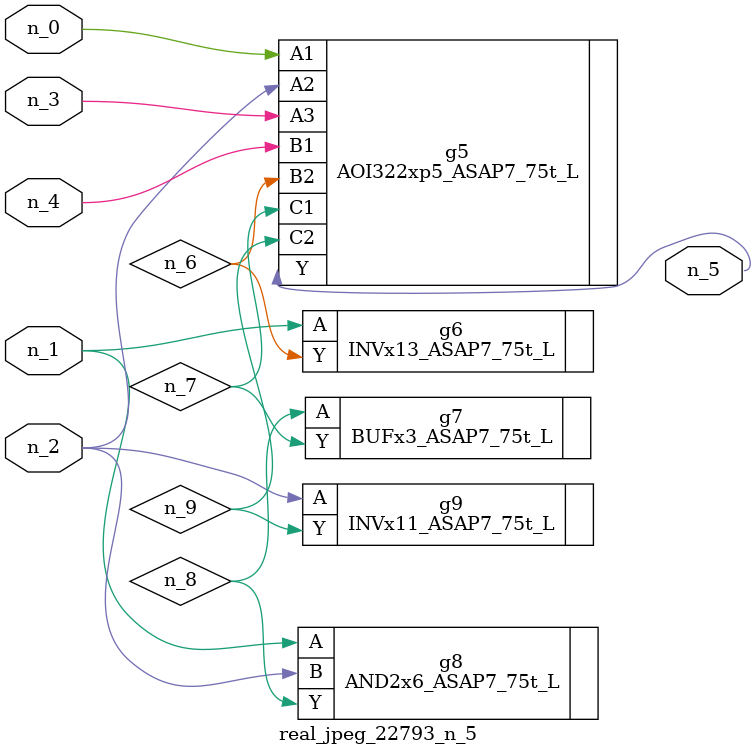
<source format=v>
module real_jpeg_22793_n_5 (n_4, n_0, n_1, n_2, n_3, n_5);

input n_4;
input n_0;
input n_1;
input n_2;
input n_3;

output n_5;

wire n_8;
wire n_6;
wire n_7;
wire n_9;

AOI322xp5_ASAP7_75t_L g5 ( 
.A1(n_0),
.A2(n_2),
.A3(n_3),
.B1(n_4),
.B2(n_6),
.C1(n_7),
.C2(n_9),
.Y(n_5)
);

INVx13_ASAP7_75t_L g6 ( 
.A(n_1),
.Y(n_6)
);

AND2x6_ASAP7_75t_L g8 ( 
.A(n_1),
.B(n_2),
.Y(n_8)
);

INVx11_ASAP7_75t_L g9 ( 
.A(n_2),
.Y(n_9)
);

BUFx3_ASAP7_75t_L g7 ( 
.A(n_8),
.Y(n_7)
);


endmodule
</source>
